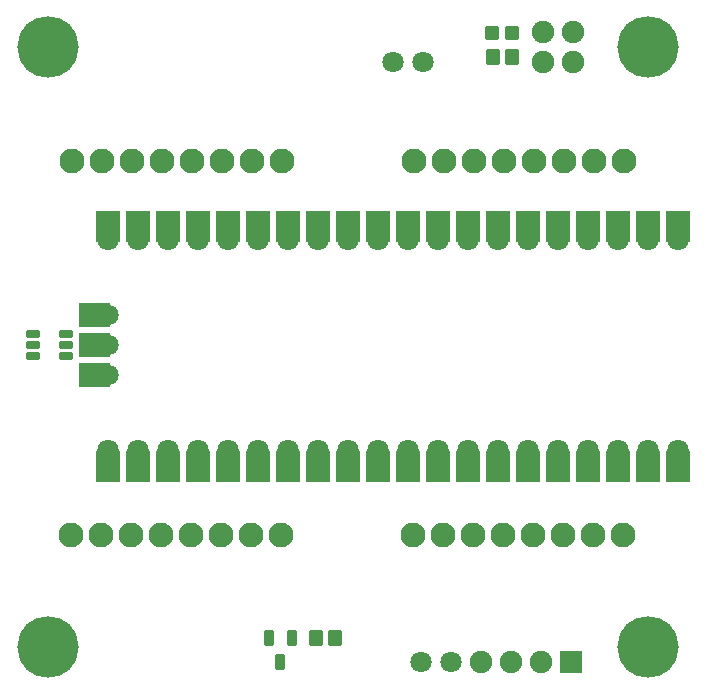
<source format=gts>
G04 Layer: TopSolderMaskLayer*
G04 EasyEDA v6.5.22, 2022-11-10 20:02:19*
G04 b67eade121014974844d0d31f71d52c0,5a6b42c53f6a479593ecc07194224c93,10*
G04 Gerber Generator version 0.2*
G04 Scale: 100 percent, Rotated: No, Reflected: No *
G04 Dimensions in millimeters *
G04 leading zeros omitted , absolute positions ,4 integer and 5 decimal *
%FSLAX45Y45*%
%MOMM*%

%AMMACRO1*1,1,$1,$2,$3*1,1,$1,$4,$5*1,1,$1,0-$2,0-$3*1,1,$1,0-$4,0-$5*20,1,$1,$2,$3,$4,$5,0*20,1,$1,$4,$5,0-$2,0-$3,0*20,1,$1,0-$2,0-$3,0-$4,0-$5,0*20,1,$1,0-$4,0-$5,$2,$3,0*4,1,4,$2,$3,$4,$5,0-$2,0-$3,0-$4,0-$5,$2,$3,0*%
%ADD10MACRO1,0.1016X0.5X-0.275X-0.5X-0.275*%
%ADD11MACRO1,0.2032X-0.5X0.55X0.5X0.55*%
%ADD12MACRO1,0.1016X-0.35X-0.625X-0.35X0.625*%
%ADD13C,1.9016*%
%ADD14MACRO1,0.1016X-0.9X-0.85X0.9X-0.85*%
%ADD15MACRO1,0.2032X-0.45X-0.5X-0.45X0.5*%
%ADD16MACRO1,0.2032X0.5X-0.55X-0.5X-0.55*%
%ADD17C,5.2032*%
%ADD18C,2.1016*%
%ADD19C,1.8016*%
%ADD20C,0.0104*%

%LPD*%
D10*
G01*
X253697Y2838696D03*
G01*
X253697Y2933692D03*
G01*
X253697Y3028688D03*
G01*
X533707Y3028688D03*
G01*
X533707Y2933692D03*
G01*
X533707Y2838696D03*
D11*
G01*
X2810507Y457200D03*
G01*
X2650507Y457200D03*
D12*
G01*
X2444496Y455599D03*
G01*
X2254505Y455599D03*
G01*
X2349501Y255600D03*
D13*
G01*
X4051300Y254000D03*
D14*
G01*
X4813300Y254001D03*
D13*
G01*
X4559300Y254000D03*
G01*
X4305300Y254000D03*
D15*
G01*
X4144091Y5575292D03*
G01*
X4314090Y5575292D03*
D16*
G01*
X4149092Y5372100D03*
G01*
X4309092Y5372100D03*
D17*
G01*
X381000Y5461000D03*
G01*
X5461000Y5461000D03*
G01*
X5461000Y381000D03*
G01*
X381000Y381000D03*
D18*
G01*
X2362200Y4495800D03*
G01*
X2108200Y4495800D03*
G01*
X1854200Y4495800D03*
G01*
X1600200Y4495800D03*
G01*
X1346200Y4495800D03*
G01*
X1092200Y4495800D03*
G01*
X838200Y4495800D03*
G01*
X584200Y4495800D03*
D13*
G01*
X4572000Y5588000D03*
G01*
X4572000Y5334000D03*
G01*
X4826000Y5334000D03*
G01*
X4826000Y5588000D03*
D19*
G01*
X889000Y2679700D03*
G01*
X889000Y3187700D03*
G01*
X889000Y2933700D03*
G01*
X889000Y2044700D03*
G01*
X1143000Y2044700D03*
G01*
X1397000Y2044700D03*
G01*
X1651000Y2044700D03*
G01*
X1905000Y2044700D03*
G01*
X2159000Y2044700D03*
G01*
X2413000Y2044700D03*
G01*
X2667000Y2044700D03*
G01*
X2921000Y2044700D03*
G01*
X3175000Y2044700D03*
G01*
X3429000Y2044700D03*
G01*
X3683000Y2044700D03*
G01*
X3937000Y2044700D03*
G01*
X4191000Y2044700D03*
G01*
X4445000Y2044700D03*
G01*
X4699000Y2044700D03*
G01*
X4953000Y2044700D03*
G01*
X5207000Y2044700D03*
G01*
X5461000Y2044700D03*
G01*
X889000Y3822700D03*
G01*
X1143000Y3822700D03*
G01*
X1397000Y3822700D03*
G01*
X1651000Y3822700D03*
G01*
X1905000Y3822700D03*
G01*
X2159000Y3822700D03*
G01*
X2413000Y3822700D03*
G01*
X2667000Y3822700D03*
G01*
X2921000Y3822700D03*
G01*
X3175000Y3822700D03*
G01*
X3429000Y3822700D03*
G01*
X3683000Y3822700D03*
G01*
X3937000Y3822700D03*
G01*
X4191000Y3822700D03*
G01*
X4445000Y3822700D03*
G01*
X4699000Y3822700D03*
G01*
X4953000Y3822700D03*
G01*
X5207000Y3822700D03*
G01*
X5461000Y3822700D03*
G01*
X5715000Y2044700D03*
G01*
X5715000Y3822700D03*
D18*
G01*
X3479800Y4495800D03*
G01*
X3733800Y4495800D03*
G01*
X3987800Y4495800D03*
G01*
X4241800Y4495800D03*
G01*
X4495800Y4495800D03*
G01*
X4749800Y4495800D03*
G01*
X5003800Y4495800D03*
G01*
X5257800Y4495800D03*
G01*
X2359406Y1329893D03*
G01*
X2105406Y1329893D03*
G01*
X1851405Y1329893D03*
G01*
X1597405Y1329893D03*
G01*
X1343405Y1329893D03*
G01*
X1089405Y1329893D03*
G01*
X835405Y1329893D03*
G01*
X581405Y1329893D03*
G01*
X5255006Y1329893D03*
G01*
X5001006Y1329893D03*
G01*
X4747006Y1329893D03*
G01*
X4493006Y1329893D03*
G01*
X4239006Y1329893D03*
G01*
X3985006Y1329893D03*
G01*
X3731006Y1329893D03*
G01*
X3477006Y1329893D03*
D19*
G01*
X3797300Y254000D03*
G01*
X3543300Y254000D03*
G01*
X3302000Y5334000D03*
G01*
X3556000Y5334000D03*
G36*
X788670Y2037079D02*
G01*
X989330Y2037079D01*
X989330Y1772919D01*
X788670Y1772919D01*
G37*
G36*
X1042670Y2037079D02*
G01*
X1243330Y2037079D01*
X1243330Y1772919D01*
X1042670Y1772919D01*
G37*
G36*
X1296670Y2037079D02*
G01*
X1497330Y2037079D01*
X1497330Y1772919D01*
X1296670Y1772919D01*
G37*
G36*
X1550670Y2037079D02*
G01*
X1751330Y2037079D01*
X1751330Y1772919D01*
X1550670Y1772919D01*
G37*
G36*
X1804670Y2037079D02*
G01*
X2005329Y2037079D01*
X2005329Y1772919D01*
X1804670Y1772919D01*
G37*
G36*
X2058670Y2037079D02*
G01*
X2259329Y2037079D01*
X2259329Y1772919D01*
X2058670Y1772919D01*
G37*
G36*
X2312670Y2037079D02*
G01*
X2513329Y2037079D01*
X2513329Y1772919D01*
X2312670Y1772919D01*
G37*
G36*
X2566670Y2037079D02*
G01*
X2767329Y2037079D01*
X2767329Y1772919D01*
X2566670Y1772919D01*
G37*
G36*
X2820670Y2037079D02*
G01*
X3021329Y2037079D01*
X3021329Y1772919D01*
X2820670Y1772919D01*
G37*
G36*
X3074670Y2037079D02*
G01*
X3275329Y2037079D01*
X3275329Y1772919D01*
X3074670Y1772919D01*
G37*
G36*
X3328670Y2037079D02*
G01*
X3529329Y2037079D01*
X3529329Y1772919D01*
X3328670Y1772919D01*
G37*
G36*
X3582670Y2037079D02*
G01*
X3783329Y2037079D01*
X3783329Y1772919D01*
X3582670Y1772919D01*
G37*
G36*
X3836670Y2037079D02*
G01*
X4037329Y2037079D01*
X4037329Y1772919D01*
X3836670Y1772919D01*
G37*
G36*
X4090670Y2037079D02*
G01*
X4291329Y2037079D01*
X4291329Y1772919D01*
X4090670Y1772919D01*
G37*
G36*
X4344670Y2037079D02*
G01*
X4545329Y2037079D01*
X4545329Y1772919D01*
X4344670Y1772919D01*
G37*
G36*
X4598670Y2037079D02*
G01*
X4799329Y2037079D01*
X4799329Y1772919D01*
X4598670Y1772919D01*
G37*
G36*
X4852670Y2037079D02*
G01*
X5053329Y2037079D01*
X5053329Y1772919D01*
X4852670Y1772919D01*
G37*
G36*
X5106670Y2037079D02*
G01*
X5307329Y2037079D01*
X5307329Y1772919D01*
X5106670Y1772919D01*
G37*
G36*
X5360670Y2037079D02*
G01*
X5561329Y2037079D01*
X5561329Y1772919D01*
X5360670Y1772919D01*
G37*
G36*
X5614670Y2037079D02*
G01*
X5815329Y2037079D01*
X5815329Y1772919D01*
X5614670Y1772919D01*
G37*
G36*
X788670Y4069079D02*
G01*
X989330Y4069079D01*
X989330Y3804919D01*
X788670Y3804919D01*
G37*
G36*
X1042670Y4069079D02*
G01*
X1243330Y4069079D01*
X1243330Y3804919D01*
X1042670Y3804919D01*
G37*
G36*
X1296670Y4069079D02*
G01*
X1497330Y4069079D01*
X1497330Y3804919D01*
X1296670Y3804919D01*
G37*
G36*
X1550670Y4069079D02*
G01*
X1751330Y4069079D01*
X1751330Y3804919D01*
X1550670Y3804919D01*
G37*
G36*
X1804670Y4069079D02*
G01*
X2005329Y4069079D01*
X2005329Y3804919D01*
X1804670Y3804919D01*
G37*
G36*
X2058670Y4069079D02*
G01*
X2259329Y4069079D01*
X2259329Y3804919D01*
X2058670Y3804919D01*
G37*
G36*
X2312670Y4069079D02*
G01*
X2513329Y4069079D01*
X2513329Y3804919D01*
X2312670Y3804919D01*
G37*
G36*
X2566670Y4069079D02*
G01*
X2767329Y4069079D01*
X2767329Y3804919D01*
X2566670Y3804919D01*
G37*
G36*
X2820670Y4069079D02*
G01*
X3021329Y4069079D01*
X3021329Y3804919D01*
X2820670Y3804919D01*
G37*
G36*
X3074670Y4069079D02*
G01*
X3275329Y4069079D01*
X3275329Y3804919D01*
X3074670Y3804919D01*
G37*
G36*
X3328670Y4069079D02*
G01*
X3529329Y4069079D01*
X3529329Y3804919D01*
X3328670Y3804919D01*
G37*
G36*
X3582670Y4069079D02*
G01*
X3783329Y4069079D01*
X3783329Y3804919D01*
X3582670Y3804919D01*
G37*
G36*
X3836670Y4069079D02*
G01*
X4037329Y4069079D01*
X4037329Y3804919D01*
X3836670Y3804919D01*
G37*
G36*
X4090670Y4069079D02*
G01*
X4291329Y4069079D01*
X4291329Y3804919D01*
X4090670Y3804919D01*
G37*
G36*
X4344670Y4069079D02*
G01*
X4545329Y4069079D01*
X4545329Y3804919D01*
X4344670Y3804919D01*
G37*
G36*
X4598670Y4069079D02*
G01*
X4799329Y4069079D01*
X4799329Y3804919D01*
X4598670Y3804919D01*
G37*
G36*
X4852670Y4069079D02*
G01*
X5053329Y4069079D01*
X5053329Y3804919D01*
X4852670Y3804919D01*
G37*
G36*
X5106670Y4069079D02*
G01*
X5307329Y4069079D01*
X5307329Y3804919D01*
X5106670Y3804919D01*
G37*
G36*
X5360670Y4069079D02*
G01*
X5561329Y4069079D01*
X5561329Y3804919D01*
X5360670Y3804919D01*
G37*
G36*
X5614670Y4069079D02*
G01*
X5815329Y4069079D01*
X5815329Y3804919D01*
X5614670Y3804919D01*
G37*
G36*
X642620Y3287293D02*
G01*
X906780Y3287293D01*
X906780Y3086633D01*
X642620Y3086633D01*
G37*
G36*
X642620Y2779293D02*
G01*
X906780Y2779293D01*
X906780Y2578633D01*
X642620Y2578633D01*
G37*
G36*
X642620Y3033293D02*
G01*
X906780Y3033293D01*
X906780Y2832633D01*
X642620Y2832633D01*
G37*
M02*

</source>
